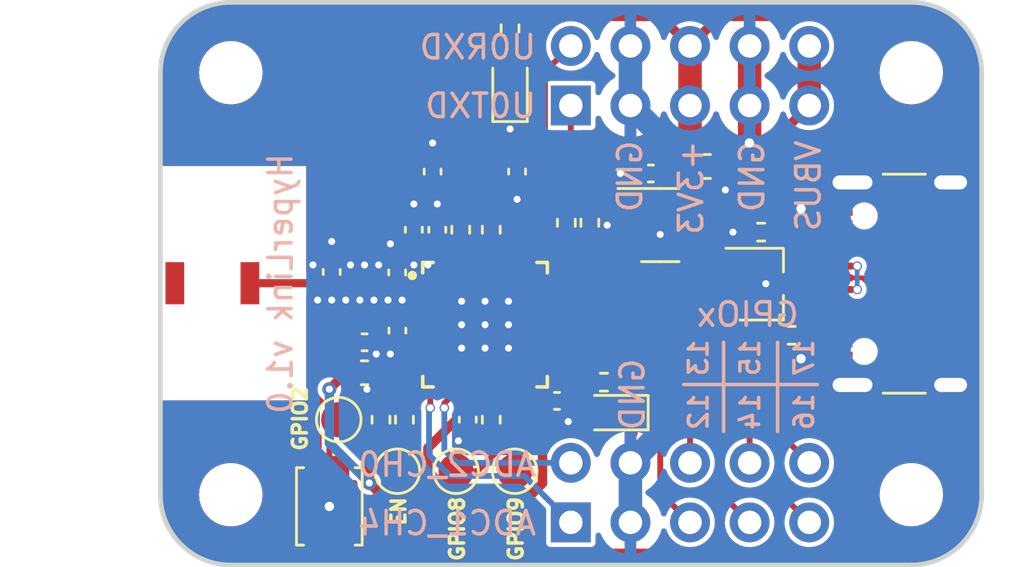
<source format=kicad_pcb>
(kicad_pcb (version 20221018) (generator pcbnew)
  (layers (0 "F.Cu" signal) (31 "B.Cu" signal) (34 "B.Paste" user) (35 "F.Paste" user) (36 "B.SilkS" user "B.Silkscreen") (37 "F.SilkS" user "F.Silkscreen") (38 "B.Mask" user) (39 "F.Mask" user) (44 "Edge.Cuts" user))
  (net 0 "")
  (net 1 "+3V3")
  (net 4 "VBUS")
  (net 5 "GND")
  (net 11 "/USB_D-")
  (net 12 "/USB_D+")
  (net 14 "/GPIO9")
  (net 15 "/GPIO2")
  (net 16 "/EN")
  (net 17 "/RF")
  (net 18 "/ANT")
  (net 19 "/GPIO8")
  (net 20 "/XTAL_P")
  (net 21 "/XTAL_N")
  (net 22 "/XTAL_P_RES")
  (net 23 "/VDD3P3")
  (net 24 "/U0RXD")
  (net 25 "/U0TXD")
  (net 26 "/GPIO12")
  (net 27 "/GPIO13")
  (net 28 "/GPIO14")
  (net 29 "/GPIO15")
  (net 30 "/GPIO16")
  (net 31 "/GPIO17")
  (net 32 "/ADC1_CH4")
  (net 33 "/ADC2_CH0")
  (net 34 "/U0TXD_RES")
  (net 35 "/CC1")
  (net 36 "/CC2")
  (net 38 "/LDO_EN")
  (net 39 "/STATUS_LED_RES")
  (net 40 "/POWER_LED_RES")
  (net 41 "/STATUS_LED")
  (footprint "Package_TO_SOT_SMD:SOT-23-5" (layer "F.Cu") (at 140.3 79.5)
    (fp_text reference "U3" hide)
    (fp_text value "MIC5504-3.3YM5" hide)
  )
  (footprint "Resistor_SMD:R_0402_1005Metric" (layer "F.Cu") (at 144.6 79.8 180)
    (fp_text reference "R7" hide)
    (fp_text value "5k1" hide)
  )
  (footprint "TestPoint:TestPoint_Pad_D1.5mm" (layer "F.Cu") (at 126.6 87.8)
    (fp_text reference "TP4" hide)
    (fp_text value "GPIO2" hide)
  )
  (footprint "MountingHole:MountingHole_2.2mm_M2" (layer "F.Cu") (at 122 73)
    (fp_text reference "H3" hide)
    (fp_text value "MountingHole" hide)
  )
  (footprint "Resistor_SMD:R_0402_1005Metric" (layer "F.Cu") (at 129.4 87.8 90)
    (fp_text reference "R4" hide)
    (fp_text value "10k" hide)
  )
  (footprint "Capacitor_SMD:C_0402_1005Metric" (layer "F.Cu") (at 135.9 87)
    (fp_text reference "C2" hide)
    (fp_text value "100n" hide)
  )
  (footprint "MountingHole:MountingHole_2.2mm_M2" (layer "F.Cu") (at 151 73)
    (fp_text reference "H2" hide)
    (fp_text value "MountingHole" hide)
  )
  (footprint "Resistor_SMD:R_0402_1005Metric" (layer "F.Cu") (at 145.9 84.2 180)
    (fp_text reference "R8" hide)
    (fp_text value "5k1" hide)
  )
  (footprint "Capacitor_SMD:C_0402_1005Metric" (layer "F.Cu") (at 130.6 77.22 90)
    (fp_text reference "C5" hide)
    (fp_text value "12pF" hide)
  )
  (footprint "Capacitor_SMD:C_0603_1608Metric" (layer "F.Cu") (at 142.3 77)
    (fp_text reference "C7" hide)
    (fp_text value "10u" hide)
  )
  (footprint "TestPoint:TestPoint_Pad_D1.5mm" (layer "F.Cu") (at 134.1 90)
    (fp_text reference "TP2" hide)
    (fp_text value "GPIO9" hide)
  )
  (footprint "Capacitor_SMD:C_0603_1608Metric" (layer "F.Cu") (at 127.7 85.8)
    (fp_text reference "C18" hide)
    (fp_text value "10u" hide)
  )
  (footprint "Capacitor_SMD:C_0402_1005Metric" (layer "F.Cu") (at 126.3 81.5 90)
    (fp_text reference "C14" hide)
    (fp_text value "C" hide)
  )
  (footprint "Capacitor_SMD:C_0402_1005Metric" (layer "F.Cu") (at 130.8 79.7 90)
    (fp_text reference "C4" hide)
    (fp_text value "1u" hide)
  )
  (footprint "Capacitor_SMD:C_0402_1005Metric" (layer "F.Cu") (at 129.09 81.52 90)
    (fp_text reference "C1" hide)
    (fp_text value "C" hide)
  )
  (footprint "Inductor_SMD:L_0402_1005Metric" (layer "F.Cu") (at 127.7 81.95)
    (fp_text reference "L1" hide)
    (fp_text value "L" hide)
  )
  (footprint "Resistor_SMD:R_0402_1005Metric" (layer "F.Cu") (at 136.3 79.4 -90)
    (fp_text reference "R9" hide)
    (fp_text value "1k5" hide)
  )
  (footprint "Capacitor_SMD:C_0402_1005Metric" (layer "F.Cu") (at 134.2 77.22 -90)
    (fp_text reference "C6" hide)
    (fp_text value "12pF" hide)
  )
  (footprint "Inductor_SMD:L_0402_1005Metric" (layer "F.Cu") (at 127.7 83.5)
    (fp_text reference "L2" hide)
    (fp_text value "2n" hide)
  )
  (footprint "TestPoint:TestPoint_Pad_D1.5mm" (layer "F.Cu") (at 131.6 90)
    (fp_text reference "TP3" hide)
    (fp_text value "GPIO8" hide)
  )
  (footprint "Resistor_SMD:R_0402_1005Metric" (layer "F.Cu") (at 137.3 79.4 90)
    (fp_text reference "R10" hide)
    (fp_text value "10k" hide)
  )
  (footprint "Connector_USB:USB_C_Receptacle_GCT_USB4105-xx-A_16P_TopMnt_Horizontal" (layer "F.Cu") (at 151.6 82 90)
    (fp_text reference "J1" hide)
    (fp_text value "USB_C_Receptacle_USB2.0" hide)
  )
  (footprint "Capacitor_SMD:C_0402_1005Metric" (layer "F.Cu") (at 129.1 84 -90)
    (fp_text reference "C15" hide)
    (fp_text value "100n" hide)
  )
  (footprint "MountingHole:MountingHole_2.2mm_M2" (layer "F.Cu") (at 151 91)
    (fp_text reference "H1" hide)
    (fp_text value "MountingHole" hide)
  )
  (footprint "Connector_PinHeader_2.54mm:PinHeader_2x05_P2.54mm_Vertical" (layer "F.Cu") (at 136.49 92.18 90)
    (fp_text reference "J2" hide)
    (fp_text value "Conn_02x05_Odd_Even" hide)
  )
  (footprint "Connector_PinHeader_2.54mm:PinHeader_2x05_P2.54mm_Vertical" (layer "F.Cu") (at 136.49 74.4 90)
    (fp_text reference "J3" hide)
    (fp_text value "Conn_02x05_Odd_Even" hide)
  )
  (footprint "Resistor_SMD:R_0402_1005Metric" (layer "F.Cu") (at 137.9 86.2 180)
    (fp_text reference "R11" hide)
    (fp_text value "1k" hide)
  )
  (footprint "Capacitor_SMD:C_0402_1005Metric" (layer "F.Cu") (at 129.8 79.7 90)
    (fp_text reference "C3" hide)
    (fp_text value "10n" hide)
  )
  (footprint "Resistor_SMD:R_0402_1005Metric" (layer "F.Cu") (at 133.1 87.8 90)
    (fp_text reference "R2" hide)
    (fp_text value "10k" hide)
  )
  (footprint "Capacitor_SMD:C_0402_1005Metric" (layer "F.Cu") (at 139.9 77.3 180)
    (fp_text reference "C12" hide)
    (fp_text value "1u" hide)
  )
  (footprint "Resistor_SMD:R_0402_1005Metric" (layer "F.Cu") (at 128.4 87.8 90)
    (fp_text reference "R3" hide)
    (fp_text value "10k" hide)
  )
  (footprint "Resistor_SMD:R_0402_1005Metric" (layer "F.Cu") (at 131.8 79.7 -90)
    (fp_text reference "R6" hide)
    (fp_text value "0R" hide)
  )
  (footprint "Resistor_SMD:R_0402_1005Metric" (layer "F.Cu") (at 133.9 71.11 -90)
    (fp_text reference "R12" hide)
    (fp_text value "1k" hide)
  )
  (footprint "encyclopedia_galactica:ABM11W-30.0000MHZ-7-D1X-T3" (layer "F.Cu") (at 132.400001 77.4 180)
    (fp_text reference "Y1" hide)
    (fp_text value "ABM11W-40.0000MHZ-8-B1U-T3" hide)
  )
  (footprint "Capacitor_SMD:C_0402_1005Metric" (layer "F.Cu") (at 132.1 87.8 -90)
    (fp_text reference "C17" hide)
    (fp_text value "100n" hide)
  )
  (footprint "LED_SMD:LED_0603_1608Metric" (layer "F.Cu") (at 133.9 73.6 90)
    (fp_text reference "D2" hide)
    (fp_text value "LED" hide)
  )
  (footprint "MountingHole:MountingHole_2.2mm_M2" (layer "F.Cu") (at 122 91)
    (fp_text reference "H4" hide)
    (fp_text value "MountingHole" hide)
  )
  (footprint "Package_TO_SOT_SMD:TSOT-23" (layer "F.Cu") (at 144.6 82)
    (fp_text reference "U2" hide)
    (fp_text value "PESD2USB5UXT" hide)
  )
  (footprint "LED_SMD:LED_0603_1608Metric" (layer "F.Cu") (at 138.3 87.5 180)
    (fp_text reference "D1" hide)
    (fp_text value "LED" hide)
  )
  (footprint "encyclopedia_galactica:QFN32_5X5_EXP" (layer "F.Cu") (at 132.834851 83.7487)
    (fp_text reference "U1" hide)
    (fp_text value "ESP32-C3" hide)
  )
  (footprint "Capacitor_SMD:C_0402_1005Metric" (layer "F.Cu") (at 127.7 84.5)
    (fp_text reference "C16" hide)
    (fp_text value "100n" hide)
  )
  (footprint "TestPoint:TestPoint_Pad_D1.5mm" (layer "F.Cu") (at 129.1 90)
    (fp_text reference "TP1" hide)
    (fp_text value "EN" hide)
  )
  (footprint "Button_Switch_SMD:SW_SPST_B3U-1000P" (layer "F.Cu") (at 126.2 91.5 90)
    (fp_text reference "SW1" hide)
    (fp_text value "SW_Push" hide)
  )
  (footprint "encyclopedia_galactica:2108838-1" (layer "F.Cu") (at 118.715 81.98)
    (fp_text reference "AE1" hide)
    (fp_text value "2108838-1" hide)
  )
  (footprint "Resistor_SMD:R_0402_1005Metric" (layer "F.Cu") (at 133.1 79.7 -90)
    (fp_text reference "R5" hide)
    (fp_text value "500R" hide)
  )
  (gr_line (start 143 84.5) (end 143 88.3) (stroke (width 0.15)) (layer "B.SilkS"))
  (gr_line (start 145.3 84.5) (end 145.3 88.3) (stroke (width 0.15)) (layer "B.SilkS"))
  (gr_line (start 141.3 86.3) (end 147 86.3) (stroke (width 0.15)) (layer "B.SilkS"))
  (gr_line locked (start 122.000001 94) (end 151 94) (stroke (width 0.2)) (layer "Edge.Cuts"))
  (gr_arc locked (start 154.000002 91.000001) (mid 153.121322 93.121321) (end 151.000002 94.000001) (stroke (width 0.2)) (layer "Edge.Cuts"))
  (gr_line locked (start 119.000001 72.999999) (end 119 91) (stroke (width 0.2)) (layer "Edge.Cuts"))
  (gr_arc locked (start 151.000002 69.999999) (mid 153.121321 70.878679) (end 154.000002 72.999999) (stroke (width 0.2)) (layer "Edge.Cuts"))
  (gr_arc locked (start 122 94.000001) (mid 119.878673 93.121322) (end 119 91.000001) (stroke (width 0.2)) (layer "Edge.Cuts"))
  (gr_line locked (start 154.000003 73) (end 154.000002 91.000001) (stroke (width 0.2)) (layer "Edge.Cuts"))
  (gr_arc locked (start 119.000001 73) (mid 119.878674 70.878667) (end 122.000001 70) (stroke (width 0.2)) (layer "Edge.Cuts"))
  (gr_line locked (start 122.000001 70) (end 151 70) (stroke (width 0.2)) (layer "Edge.Cuts"))
  (gr_text "ADC1_CH4" (at 135.1 92.8) (layer "B.SilkS") (effects (font (size 1 1)) (justify left bottom mirror)))
  (gr_text "GND" (at 139.6 75.8 90) (layer "B.SilkS") (effects (font (size 1 1)) (justify left bottom mirror)))
  (gr_text "12" (at 142.4 86.6 90) (layer "B.SilkS") (effects (font (size 0.8 0.8)) (justify left bottom mirror)))
  (gr_text "GPIOx" (at 146.3 83.9) (layer "B.SilkS") (effects (font (size 1 1)) (justify left bottom mirror)))
  (gr_text "HyperLink v1.0" (at 124.7 76.35 90) (layer "B.SilkS") (effects (font (size 1 1)) (justify left bottom mirror)))
  (gr_text "17" (at 146.9 84.3 90) (layer "B.SilkS") (effects (font (size 0.8 0.8)) (justify left bottom mirror)))
  (gr_text "15" (at 144.6 84.3 90) (layer "B.SilkS") (effects (font (size 0.8 0.8)) (justify left bottom mirror)))
  (gr_text "13" (at 142.4 84.3 90) (layer "B.SilkS") (effects (font (size 0.8 0.8)) (justify left bottom mirror)))
  (gr_text "U0TXD" (at 135.1 75) (layer "B.SilkS") (effects (font (size 1 1)) (justify left bottom mirror)))
  (gr_text "16" (at 146.9 86.6 90) (layer "B.SilkS") (effects (font (size 0.8 0.8)) (justify left bottom mirror)))
  (gr_text "VBUS" (at 147.2 75.8 90) (layer "B.SilkS") (effects (font (size 1 1)) (justify left bottom mirror)))
  (gr_text "+3V3" (at 142.2 75.8 90) (layer "B.SilkS") (effects (font (size 1 1)) (justify left bottom mirror)))
  (gr_text "ADC2_CH0" (at 135.1 90.3) (layer "B.SilkS") (effects (font (size 1 1)) (justify left bottom mirror)))
  (gr_text "U0RXD" (at 135.1 72.5) (layer "B.SilkS") (effects (font (size 1 1)) (justify left bottom mirror)))
  (gr_text "GND" (at 139.7 85.1 90) (layer "B.SilkS") (effects (font (size 1 1)) (justify left bottom mirror)))
  (gr_text "14" (at 144.6 86.6 90) (layer "B.SilkS") (effects (font (size 0.8 0.8)) (justify left bottom mirror)))
  (gr_text "GND" (at 144.8 75.8 90) (layer "B.SilkS") (effects (font (size 1 1)) (justify left bottom mirror)))
  (gr_text "GPIO9" (at 134.5 93.9 90) (layer "F.SilkS") (effects (font (size 0.6 0.6)) (justify left bottom)))
  (gr_text "GPIO2" (at 125.3 89.2 90) (layer "F.SilkS") (effects (font (size 0.6 0.6)) (justify left bottom)))
  (gr_text "GPIO8" (at 132 93.9 90) (layer "F.SilkS") (effects (font (size 0.6 0.6)) (justify left bottom)))
  (gr_text "EN" (at 129.5 92.4 90) (layer "F.SilkS") (effects (font (size 0.6 0.6)) (justify left bottom)))
  (segment (start 132.11 87.32) (end 132.1 87.32) (width 0.4) (layer "F.Cu") (net 1))
  (segment (start 142.83 70.6) (end 147.325 70.6) (width 0.4) (layer "F.Cu") (net 1))
  (segment (start 132.08485 86.1974) (end 132.08485 87.30485) (width 0.4) (layer "F.Cu") (net 1))
  (segment (start 135.283551 90.516449) (end 133.878 91.922) (width 0.4) (layer "F.Cu") (net 1))
  (segment (start 126.9 85.8) (end 126.925 85.8) (width 0.4) (layer "F.Cu") (net 1))
  (segment (start 130.4 89.009562) (end 130.4 91.2) (width 0.4) (layer "F.Cu") (net 1))
  (segment (start 141.57 78.35) (end 141.4375 78.35) (width 1) (layer "F.Cu") (net 1))
  (segment (start 130.8 80.515149) (end 130.8 80.18) (width 0.4) (layer "F.Cu") (net 1))
  (segment (start 126.2 86.5) (end 126.9 85.8) (width 0.4) (layer "F.Cu") (net 1))
  (segment (start 127.22 84.5) (end 127.22 85.505) (width 0.4) (layer "F.Cu") (net 1))
  (segment (start 132.2 70.6) (end 128.963 73.837) (width 0.4) (layer "F.Cu") (net 1))
  (segment (start 141.57 74.4) (end 141.57 71.86) (width 1) (layer "F.Cu") (net 1))
  (segment (start 141.57 71.86) (end 140.31 70.6) (width 0.4) (layer "F.Cu") (net 1))
  (segment (start 141.57 74.4) (end 141.57 78.35) (width 1) (layer "F.Cu") (net 1))
  (segment (start 127.22 85.505) (end 126.925 85.8) (width 0.4) (layer "F.Cu") (net 1))
  (segment (start 147.325 70.6) (end 148.2 71.475) (width 0.4) (layer "F.Cu") (net 1))
  (segment (start 148.2 92.5) (end 147.2 93.5) (width 0.4) (layer "F.Cu") (net 1))
  (segment (start 135.283551 85.498699) (end 135.283551 90.516449) (width 0.4) (layer "F.Cu") (net 1))
  (segment (start 148.2 71.475) (end 148.2 75.2) (width 0.4) (layer "F.Cu") (net 1))
  (segment (start 131.084852 81.3) (end 131.1 81.3) (width 0.4) (layer "F.Cu") (net 1))
  (segment (start 127.9 90.5) (end 127.9 88.81) (width 0.4) (layer "F.Cu") (net 1))
  (segment (start 147.2 93.5) (end 135.456 93.5) (width 0.4) (layer "F.Cu") (net 1))
  (segment (start 127.9 90.5) (end 128.6 91.2) (width 0.4) (layer "F.Cu") (net 1))
  (segment (start 133.878 91.922) (end 133.156 91.2) (width 0.4) (layer "F.Cu") (net 1))
  (segment (start 141.57 71.86) (end 142.83 70.6) (width 0.4) (layer "F.Cu") (net 1))
  (segment (start 151.7 78.7) (end 151.7 85.3) (width 0.4) (layer "F.Cu") (net 1))
  (segment (start 128.963 73.837) (end 128.963 79.614471) (width 0.4) (layer "F.Cu") (net 1))
  (segment (start 131.1 81.3) (end 131.342425 81.057575) (width 0.4) (layer "F.Cu") (net 1))
  (segment (start 151.7 85.3) (end 148.2 88.8) (width 0.4) (layer "F.Cu") (net 1))
  (segment (start 128.6 91.2) (end 130.4 91.2) (width 0.4) (layer "F.Cu") (net 1))
  (segment (start 131.342425 81.057575) (end 130.8 80.515149) (width 0.4) (layer "F.Cu") (net 1))
  (segment (start 138.513288 76.5) (end 141.47 76.5) (width 0.4) (layer "F.Cu") (net 1))
  (segment (start 133.156 91.2) (end 130.4 91.2) (width 0.4) (layer "F.Cu") (net 1))
  (segment (start 130.8 80.18) (end 129.8 80.18) (width 0.4) (layer "F.Cu") (net 1))
  (segment (start 129.4 88.31) (end 128.4 88.31) (width 0.4) (layer "F.Cu") (net 1))
  (segment (start 136.3 78.713288) (end 138.513288 76.5) (width 0.4) (layer "F.Cu") (net 1))
  (segment (start 127.215 84.495) (end 127.22 84.5) (width 0.4) (layer "F.Cu") (net 1))
  (segment (start 133.1 88.31) (end 132.11 87.32) (width 0.4) (layer "F.Cu") (net 1))
  (segment (start 132.1 87.32) (end 132.089562 87.32) (width 0.4) (layer "F.Cu") (net 1))
  (segment (start 129.528529 80.18) (end 129.8 80.18) (width 0.4) (layer "F.Cu") (net 1))
  (segment (start 140.31 70.6) (end 132.2 70.6) (width 0.4) (layer "F.Cu") (net 1))
  (segment (start 136.3 78.89) (end 136.3 78.713288) (width 0.4) (layer "F.Cu") (net 1))
  (segment (start 135.456 93.5) (end 133.878 91.922) (width 0.4) (layer "F.Cu") (net 1))
  (segment (start 128.963 79.614471) (end 129.528529 80.18) (width 0.4) (layer "F.Cu") (net 1))
  (segment (start 127.9 88.81) (end 128.4 88.31) (width 0.4) (layer "F.Cu") (net 1))
  (segment (start 148.2 75.2) (end 151.7 78.7) (width 0.4) (layer "F.Cu") (net 1))
  (segment (start 148.2 88.8) (end 148.2 92.5) (width 0.4) (layer "F.Cu") (net 1))
  (segment (start 127.215 83.5) (end 127.215 84.495) (width 0.4) (layer "F.Cu") (net 1))
  (segment (start 131.584851 81.3) (end 131.342425 81.057575) (width 0.4) (layer "F.Cu") (net 1))
  (segment (start 132.089562 87.32) (end 130.4 89.009562) (width 0.4) (layer "F.Cu") (net 1))
  (segment (start 132.08485 87.30485) (end 132.1 87.32) (width 0.4) (layer "F.Cu") (net 1))
  (via (at 126.2 86.5) (size 0.6) (drill 0.3) (layers "F.Cu" "B.Cu") (net 1))
  (via (at 127.9 90.5) (size 0.6) (drill 0.3) (layers "F.Cu" "B.Cu") (net 1))
  (segment (start 127.9 90.5) (end 126.2 88.8) (width 0.4) (layer "B.Cu") (net 1))
  (segment (start 126.2 88.8) (end 126.2 86.5) (width 0.4) (layer "B.Cu") (net 1))
  (segment (start 147.92 84.4) (end 148.42434 84.4) (width 0.35) (layer "F.Cu") (net 4))
  (segment (start 149.597 80.77266) (end 148.42434 79.6) (width 0.35) (layer "F.Cu") (net 4))
  (segment (start 148.42434 84.4) (end 149.597 83.22734) (width 0.35) (layer "F.Cu") (net 4))
  (segment (start 145.452 75.598) (end 145.452 79.152) (width 0.4) (layer "F.Cu") (net 4))
  (segment (start 145.9 79.6) (end 145.452 79.152) (width 0.35) (layer "F.Cu") (net 4))
  (segment (start 140.132112 78.55) (end 139.1625 78.55) (width 0.35) (layer "F.Cu") (net 4))
  (segment (start 147.92 79.6) (end 145.9 79.6) (width 0.35) (layer "F.Cu") (net 4))
  (segment (start 149.597 83.22734) (end 149.597 80.77266) (width 0.35) (layer "F.Cu") (net 4))
  (segment (start 148.42434 79.6) (end 147.92 79.6) (width 0.35) (layer "F.Cu") (net 4))
  (segment (start 137.64 78.55) (end 139.1625 78.55) (width 0.25) (layer "F.Cu") (net 4))
  (segment (start 146.65 71.86) (end 146.65 74.4) (width 1) (layer "F.Cu") (net 4))
  (segment (start 137.3 78.89) (end 137.64 78.55) (width 0.25) (layer "F.Cu") (net 4))
  (segment (start 145.452 79.152) (end 140.734112 79.152) (width 0.35) (layer "F.Cu") (net 4))
  (segment (start 140.734112 79.152) (end 140.132112 78.55) (width 0.35) (layer "F.Cu") (net 4))
  (segment (start 140.38 77.3) (end 140.38 78.302112) (width 0.35) (layer "F.Cu") (net 4))
  (segment (start 140.38 78.302112) (end 140.132112 78.55) (width 0.35) (layer "F.Cu") (net 4))
  (segment (start 146.65 74.4) (end 145.452 75.598) (width 0.4) (layer "F.Cu") (net 4))
  (segment (start 147.92 78.8) (end 147.92 78.255) (width 0.4) (layer "F.Cu") (net 5))
  (segment (start 147.92 85.745) (end 148.495 86.32) (width 0.35) (layer "F.Cu") (net 5))
  (segment (start 147.92 85.2) (end 147.92 85.745) (width 0.35) (layer "F.Cu") (net 5))
  (segment (start 133.9 74.3875) (end 133.9 75.4) (width 0.4) (layer "F.Cu") (net 5))
  (segment (start 139.42 77.3) (end 138.6 77.3) (width 0.4) (layer "F.Cu") (net 5))
  (segment (start 130.8 79.22) (end 130.8 78.6) (width 0.4) (layer "F.Cu") (net 5))
  (segment (start 131.7 88.7) (end 132.1 88.3) (width 0.4) (layer "F.Cu") (net 5))
  (segment (start 128.2 84.52) (end 128.18 84.5) (width 0.4) (layer "F.Cu") (net 5))
  (segment (start 144.11 74.4) (end 144.11 71.86) (width 1) (layer "F.Cu") (net 5))
  (segment (start 131.590001 76.74) (end 131.763001 76.913) (width 0.2) (layer "F.Cu") (net 5))
  (segment (start 146.3 85.2) (end 147.92 85.2) (width 0.35) (layer "F.Cu") (net 5))
  (segment (start 145.91 82) (end 144.8 82) (width 0.4) (layer "F.Cu") (net 5))
  (segment (start 130.6 76.74) (end 131.590001 76.74) (width 0.2) (layer "F.Cu") (net 5))
  (segment (start 128.8 80.75) (end 129.09 81.04) (width 0.4) (layer "F.Cu") (net 5))
  (segment (start 143.075 78) (end 143.075 77) (width 0.4) (layer "F.Cu") (net 5))
  (segment (start 145.39 84.29) (end 146.3 85.2) (width 0.4) (layer "F.Cu") (net 5))
  (segment (start 129.8 79.22) (end 129.8 78.6) (width 0.4) (layer "F.Cu") (net 5))
  (segment (start 126.2 93.2) (end 126.2 91.5) (width 0.4) (layer "F.Cu") (net 5))
  (segment (start 128.2 85) (end 128.2 84.52) (width 0.4) (layer "F.Cu") (net 5))
  (segment (start 143.4 79.8) (end 144.09 79.8) (width 0.4) (layer "F.Cu") (net 5))
  (segment (start 139.0875 87.5) (end 139.0875 89.5825) (width 0.4) (layer "F.Cu") (net 5))
  (segment (start 138.046557 79.5) (end 139.1625 79.5) (width 0.4) (layer "F.Cu") (net 5))
  (segment (start 146.3 78.8) (end 147.92 78.8) (width 0.4) (layer "F.Cu") (net 5))
  (segment (start 145.39 84.2) (end 145.39 84.29) (width 0.4) (layer "F.Cu") (net 5))
  (segment (start 133.224001 77.7) (end 133.037001 77.887) (width 0.2) (layer "F.Cu") (net 5))
  (segment (start 139.0875 89.5825) (end 139.03 89.64) (width 0.4) (layer "F.Cu") (net 5))
  (segment (start 139.9 79.5) (end 139.1625 79.5) (width 0.4) (layer "F.Cu") (net 5))
  (segment (start 128.475 85.825) (end 128.475 85.8) (width 0.4) (layer "F.Cu") (net 5))
  (segment (start 134.2 78.4) (end 134.2 77.7) (width 0.4) (layer "F.Cu") (net 5))
  (segment (start 140.3 79.9) (end 139.9 79.5) (width 0.4) (layer "F.Cu") (net 5))
  (segment (start 126.3 80.2) (end 126.3 81.02) (width 0.4) (layer "F.Cu") (net 5))
  (segment (start 136.38 87.88) (end 136.38 87) (width 0.4) (layer "F.Cu") (net 5))
  (segment (start 130.6 76) (end 130.6 76.7) (width 0.4) (layer "F.Cu") (net 5))
  (segment (start 127.8 86.5) (end 128.475 85.825) (width 0.4) (layer "F.Cu") (net 5))
  (segment (start 147.92 78.255) (end 148.495 77.68) (width 0.4) (layer "F.Cu") (net 5))
  (segment (start 134.2 77.7) (end 133.224001 77.7) (width 0.2) (layer "F.Cu") (net 5))
  (segment (start 138.040639 79.505918) (end 138.046557 79.5) (width 0.4) (layer "F.Cu") (net 5))
  (segment (start 128.8 80.3) (end 128.8 80.75) (width 0.4) (layer "F.Cu") (net 5))
  (segment (start 144.11 74.4) (end 144.11 75.99) (width 1) (layer "F.Cu") (net 5))
  (segment (start 128.799503 85) (end 128.799503 84.780497) (width 0.4) (layer "F.Cu") (net 5))
  (segment (start 128.799503 84.780497) (end 129.1 84.48) (width 0.4) (layer "F.Cu") (net 5))
  (segment (start 132.1 88.3) (end 132.1 88.28) (width 0.4) (layer "F.Cu") (net 5))
  (segment (start 144.11 75.99) (end 144.1 76) (width 1) (layer "F.Cu") (net 5))
  (via (at 130.4 81.2) (size 0.4) (drill 0.3) (layers "F.Cu" "B.Cu") (net 5))
  (via (at 128.8 80.3) (size 0.4) (drill 0.3) (layers "F.Cu" "B.Cu") (net 5))
  (via (at 126.9 82.7) (size 0.4) (drill 0.3) (layers "F.Cu" "B.Cu") (net 5))
  (via (at 138.6 77.3) (size 0.6) (drill 0.3) (layers "F.Cu" "B.Cu") (net 5))
  (via (at 129.8 81.2) (size 0.4) (drill 0.3) (layers "F.Cu" "B.Cu") (net 5))
  (via (at 133.9 75.4) (size 0.6) (drill 0.3) (layers "F.Cu" "B.Cu") (net 5))
  (via (at 128.1 82.7) (size 0.4) (drill 0.3) (layers "F.Cu" "B.Cu") (net 5))
  (via (at 146.3 78.8) (size 0.9) (drill 0.4) (layers "F.Cu" "B.Cu") (net 5))
  (via (at 133.834851 84.7487) (size 0.4) (drill 0.3) (layers "F.Cu" "B.Cu") (net 5))
  (via (at 134.2 78.4) (size 0.4) (drill 0.3) (layers "F.Cu" "B.Cu") (net 5))
  (via (at 132.834851 83.7487) (size 0.4) (drill 0.3) (layers "F.Cu" "B.Cu") (net 5))
  (via (at 131.834851 84.7487) (size 0.4) (drill 0.3) (layers "F.Cu" "B.Cu") (net 5))
  (via (at 127.5 82.7) (size 0.4) (drill 0.3) (layers "F.Cu" "B.Cu") (net 5))
  (via (at 136.38 87.88) (size 0.6) (drill 0.3) (layers "F.Cu" "B.Cu") (net 5))
  (via (at 143.075 78) (size 0.6) (drill 0.3) (layers "F.Cu" "B.Cu") (net 5))
  (via (at 138.040639 79.505918) (size 0.6) (drill 0.3) (layers "F.Cu" "B.Cu") (net 5))
  (via (at 131.834851 83.7487) (size 0.4) (drill 0.3) (layers "F.Cu" "B.Cu") (net 5))
  (via (at 144.8 82) (size 0.6) (drill 0.3) (layers "F.Cu" "B.Cu") (net 5))
  (via (at 132.834851 82.7487) (size 0.4) (drill 0.3) (layers "F.Cu" "B.Cu") (net 5))
  (via (at 130.6 76) (size 0.4) (drill 0.3) (layers "F.Cu" "B.Cu") (net 5))
  (via (at 126.2 91.5) (size 0.9) (drill 0.4) (layers "F.Cu" "B.Cu") (net 5))
  (via (at 128.799503 85) (size 0.4) (drill 0.3) (layers "F.Cu" "B.Cu") (net 5))
  (via (at 143.4 79.8) (size 0.6) (drill 0.3) (layers "F.Cu" "B.Cu") (net 5))
  (via (at 133.834851 83.7487) (size 0.4) (drill 0.3) (layers "F.Cu" "B.Cu") (net 5))
  (via (at 131.834851 82.7487) (size 0.4) (drill 0.3) (layers "F.Cu" "B.Cu") (net 5))
  (via (at 127.1 81.2) (size 0.4) (drill 0.3) (layers "F.Cu" "B.Cu") (net 5))
  (via (at 128.7 82.7) (size 0.4) (drill 0.3) (layers "F.Cu" "B.Cu") (net 5))
  (via (at 129.8 78.6) (size 0.4) (drill 0.3) (layers "F.Cu" "B.Cu") (net 5))
  (via (at 132.834851 84.7487) (size 0.4) (drill 0.3) (layers "F.Cu" "B.Cu") (net 5))
  (via (at 130.8 78.6) (size 0.4) (drill 0.3) (layers "F.Cu" "B.Cu") (net 5))
  (via (at 146.3 85.2) (size 0.9) (drill 0.4) (layers "F.Cu" "B.Cu") (net 5))
  (via (at 125.7 82.7) (size 0.4) (drill 0.3) (layers "F.Cu" "B.Cu") (net 5))
  (via (at 140.3 79.9) (size 0.6) (drill 0.3) (layers "F.Cu" "B.Cu") (net 5))
  (via (at 128.2 85) (size 0.4) (drill 0.3) (layers "F.Cu" "B.Cu") (net 5))
  (via (at 129.3 82.7) (size 0.4) (drill 0.3) (layers "F.Cu" "B.Cu") (net 5))
  (via (at 126.3 80.2) (size 0.4) (drill 0.3) (layers "F.Cu" "B.Cu") (net 5))
  (via (at 144.1 76) (size 0.9) (drill 0.4) (layers "F.Cu" "B.Cu") (net 5))
  (via (at 133.834851 82.7487) (size 0.4) (drill 0.3) (layers "F.Cu" "B.Cu") (net 5))
  (via (at 126.3 82.7) (size 0.4) (drill 0.3) (layers "F.Cu" "B.Cu") (net 5))
  (via (at 125.5 81.2) (size 0.4) (drill 0.3) (layers "F.Cu" "B.Cu") (net 5))
  (via (at 131.7 88.7) (size 0.4) (drill 0.3) (layers "F.Cu" "B.Cu") (net 5))
  (via (at 127.7 81.2) (size 0.4) (drill 0.3) (layers "F.Cu" "B.Cu") (net 5))
  (via (at 128.3 81.2) (size 0.4) (drill 0.3) (layers "F.Cu" "B.Cu") (net 5))
  (via (at 127.8 86.5) (size 0.6) (drill 0.3) (layers "F.Cu" "B.Cu") (net 5))
  (segment (start 143.43 78.8) (end 146.3 78.8) (width 1) (layer "B.Cu") (net 5))
  (segment (start 139.03 92.18) (end 139.03 89.64) (width 1) (layer "B.Cu") (net 5))
  (segment (start 139.03 74.4) (end 139.03 71.86) (width 1) (layer "B.Cu") (net 5))
  (segment (start 143.47 85.2) (end 139.03 89.64) (width 1) (layer "B.Cu") (net 5))
  (segment (start 139.03 74.4) (end 143.43 78.8) (width 1) (layer "B.Cu") (net 5))
  (segment (start 146.3 85.2) (end 143.47 85.2) (width 1) (layer "B.Cu") (net 5))
  (segment (start 151 84.099999) (end 150.9 83.999999) (width 0.4) (layer "B.Cu") (net 5))
  (segment (start 134.58485 81.01515) (end 134.58485 81.3) (width 0.25) (layer "F.Cu") (net 11))
  (segment (start 147.095 82.25) (end 146.768 82.577) (width 0.25) (layer "F.Cu") (net 11))
  (segment (start 134.723 80.877) (end 134.58485 81.01515) (width 0.25) (layer "F.Cu") (net 11))
  (segment (start 143.29 82.95) (end 143.29 82.187) (width 0.2) (layer "F.Cu") (net 11))
  (segment (start 147.92 82.25) (end 147.095 82.25) (width 0.25) (layer "F.Cu") (net 11))
  (segment (start 144.177 82.177) (end 138.500684 82.177) (width 0.25) (layer "F.Cu") (net 11))
  (segment (start 146.768 82.577) (end 144.577 82.577) (width 0.25) (layer "F.Cu") (net 11))
  (segment (start 148.695 81.25) (end 147.92 81.25) (width 0.25) (layer "F.Cu") (net 11))
  (segment (start 137.200684 80.877) (end 134.723 80.877) (width 0.25) (layer "F.Cu") (net 11))
  (segment (start 138.500684 82.177) (end 137.200684 80.877) (width 0.25) (layer "F.Cu") (net 11))
  (segment (start 144.577 82.577) (end 144.177 82.177) (width 0.25) (layer "F.Cu") (net 11))
  (segment (start 148.695 82.25) (end 147.92 82.25) (width 0.25) (layer "F.Cu") (net 11))
  (via (at 148.695 81.25) (size 0.4) (drill 0.3) (layers "F.Cu" "B.Cu") (net 11))
  (via (at 148.695 82.25) (size 0.4) (drill 0.3) (layers "F.Cu" "B.Cu") (net 11))
  (segment (start 148.695 82.25) (end 148.695 81.25) (width 0.2) (layer "B.Cu") (net 11))
  (segment (start 149.195 82.02) (end 149.195 82.52) (width 0.2) (layer "F.Cu") (net 12))
  (segment (start 147.92 81.75) (end 147.095 81.75) (width 0.25) (layer "F.Cu") (net 12))
  (segment (start 147.92 81.75) (end 147.872999 81.797001) (width 0.2) (layer "F.Cu") (net 12))
  (segment (start 148.965 82.75) (end 147.92 82.75) (width 0.2) (layer "F.Cu") (net 12))
  (segment (start 148.925 81.75) (end 149.195 82.02) (width 0.2) (layer "F.Cu") (net 12))
  (segment (start 144.2 81.8) (end 138.656842 81.8) (width 0.25) (layer "F.Cu") (net 12))
  (segment (start 134.084851 80.915149) (end 134.084851 81.3) (width 0.25) (layer "F.Cu") (net 12))
  (segment (start 147.92 81.75) (end 148.925 81.75) (width 0.2) (layer "F.Cu") (net 12))
  (segment (start 144.577 81.423) (end 144.2 81.8) (width 0.25) (layer "F.Cu") (net 12))
  (segment (start 147.095 81.75) (end 146.768 81.423) (width 0.25) (layer "F.Cu") (net 12))
  (segment (start 134.5 80.5) (end 134.084851 80.915149) (width 0.25) (layer "F.Cu") (net 12))
  (segment (start 146.768 81.423) (end 144.577 81.423) (width 0.25) (layer "F.Cu") (net 12))
  (segment (start 136.3 79.91) (end 136.3 80.5) (width 0.25) (layer "F.Cu") (net 12))
  (segment (start 137.356842 80.5) (end 136.3 80.5) (width 0.25) (layer "F.Cu") (net 12))
  (segment (start 136.3 80.5) (end 134.5 80.5) (width 0.25) (layer "F.Cu") (net 12))
  (segment (start 138.656842 81.8) (end 137.356842 80.5) (width 0.25) (layer "F.Cu") (net 12))
  (segment (start 149.195 82.52) (end 148.965 82.75) (width 0.2) (layer "F.Cu") (net 12))
  (segment (start 143.29 81.05) (end 143.29 81.79) (width 0.2) (layer "F.Cu") (net 12))
  (segment (start 134.084851 86.1974) (end 134.084851 87.351692) (width 0.25) (layer "F.Cu") (net 14))
  (segment (start 134.177 87.443841) (end 134.177 89.923) (width 0.25) (layer "F.Cu") (net 14))
  (segment (start 134.177 89.923) (end 134.1 90) (width 0.25) (layer "F.Cu") (net 14))
  (segment (start 134.084851 87.351692) (end 134.177 87.443841) (width 0.25) (layer "F.Cu") (net 14))
  (segment (start 126.2 88.2) (end 126.6 87.8) (width 0.25) (layer "F.Cu") (net 15))
  (segment (start 127.11 87.29) (end 126.6 87.8) (width 0.25) (layer "F.Cu") (net 15))
  (segment (start 128.4 87.29) (end 127.11 87.29) (width 0.25) (layer "F.Cu") (net 15))
  (segment (start 129.323 86.367) (end 128.4 87.29) (width 0.2) (layer "F.Cu") (net 15))
  (segment (start 126.2 89.8) (end 126.2 88.2) (width 0.25) (layer "F.Cu") (net 15))
  (segment (start 129.323 85.190703) (end 129.323 86.367) (width 0.2) (layer "F.Cu") (net 15))
  (segment (start 130.386151 84.498701) (end 130.015002 84.498701) (width 0.2) (layer "F.Cu") (net 15))
  (segment (start 130.015002 84.498701) (end 129.323 85.190703) (width 0.2) (layer "F.Cu") (net 15))
  (segment (start 129.947 89.153) (end 129.1 90) (width 0.2) (layer "F.Cu") (net 16))
  (segment (start 129.947 87.747) (end 129.947 89.153) (width 0.2) (layer "F.Cu") (net 16))
  (segment (start 129.977451 84.9987) (end 129.65 85.326151) (width 0.2) (layer "F.Cu") (net 16))
  (segment (start 130.386151 84.9987) (end 129.977451 84.9987) (width 0.2) (layer "F.Cu") (net 16))
  (segment (start 129.65 87.45) (end 129.947 87.747) (width 0.2) (layer "F.Cu") (net 16))
  (segment (start 129.65 85.326151) (end 129.65 87.45) (width 0.2) (layer "F.Cu") (net 16))
  (segment (start 127.185 81.98) (end 122.815 81.98) (width 0.35) (layer "F.Cu") (net 17))
  (segment (start 127.215 81.95) (end 127.185 81.98) (width 0.35) (layer "F.Cu") (net 17))
  (segment (start 128.2317 81.9967) (end 130.386151 81.9967) (width 0.35) (layer "F.Cu") (net 18))
  (segment (start 128.185 81.95) (end 128.2317 81.9967) (width 0.35) (layer "F.Cu") (net 18))
  (segment (start 133.584852 87.384852) (end 133.584852 86.1974) (width 0.25) (layer "F.Cu") (net 19))
  (segment (start 133.8 88.7) (end 133.8 87.6) (width 0.25) (layer "F.Cu") (net 19))
  (segment (start 133.1 87.29) (end 133.49 87.29) (width 0.25) (layer "F.Cu") (net 19))
  (segment (start 131.6 90) (end 132.5 90) (width 0.25) (layer "F.Cu") (net 19))
  (segment (start 133.49 87.29) (end 133.584852 87.384852) (width 0.25) (layer "F.Cu") (net 19))
  (segment (start 132.5 90) (end 133.8 88.7) (width 0.25) (layer "F.Cu") (net 19))
  (segment (start 133.8 87.6) (end 133.584852 87.384852) (width 0.25) (layer "F.Cu") (net 19))
  (segment (start 131.8 79.19) (end 131.8 77.923999) (width 0.2) (layer "F.Cu") (net 20))
  (segment (start 130.6 77.7) (end 131.576001 77.7) (width 0.2) (layer "F.Cu") (net 20))
  (segment (start 131.576001 77.7) (end 131.763001 77.887) (width 0.2) (layer "F.Cu") (net 20))
  (segment (start 131.8 77.923999) (end 131.763001 77.887) (width 0.2) (layer "F.Cu") (net 20))
  (segment (start 134.2 76.74) (end 133.210001 76.74) (width 0.2) (layer "F.Cu") (net 21))
  (segment (start 132.578 78.578) (end 132.4 78.4) (width 0.15) (layer "F.Cu") (net 21))
  (segment (start 133.210001 76.74) (end 133.037001 76.913) (width 0.2) (layer "F.Cu") (net 21))
  (segment (start 132.4 77.349001) (end 132.836001 76.913) (width 0.15) (layer "F.Cu") (net 21))
  (segment (start 132.836001 76.913) (end 133.037001 76.913) (width 0.15) (layer "F.Cu") (net 21))
  (segment (start 132.4 78.4) (end 132.4 77.349001) (width 0.15) (layer "F.Cu") (net 21))
  (segment (start 132.584851 81.3) (end 132.578 81.293149) (width 0.15) (layer "F.Cu") (net 21))
  (segment (start 132.578 81.293149) (end 132.578 78.578) (width 0.15) (layer "F.Cu") (net 21))
  (segment (start 132.08485 80.69485) (end 131.6 80.21) (width 0.25) (layer "F.Cu") (net 22))
  (segment (start 132.08485 81.3) (end 132.08485 80.69485) (width 0.25) (layer "F.Cu") (net 22))
  (segment (start 128.185 83.5) (end 129.08 83.5) (width 0.4) (layer "F.Cu") (net 23))
  (segment (start 129.898699 82.998699) (end 129.892425 82.992425) (width 0.4) (layer "F.Cu") (net 23))
  (segment (start 130.386151 82.4987) (end 129.892425 82.992425) (width 0.4) (layer "F.Cu") (net 23))
  (segment (start 130.386151 82.998699) (end 129.898699 82.998699) (width 0.4) (layer "F.Cu") (net 23))
  (segment (start 129.08 83.5) (end 129.1 83.52) (width 0.4) (layer "F.Cu") (net 23))
  (segment (start 129.364851 83.52) (end 129.1 83.52) (width 0.4) (layer "F.Cu") (net 23))
  (segment (start 129.892425 82.992425) (end 129.364851 83.52) (width 0.4) (layer "F.Cu") (net 23))
  (segment (start 133.584852 80.615148) (end 136.49 77.71) (width 0.25) (layer "F.Cu") (net 24))
  (segment (start 133.584852 81.3) (end 133.584852 80.615148) (width 0.25) (layer "F.Cu") (net 24))
  (segment (start 136.49 77.71) (end 136.49 74.4) (width 0.25) (layer "F.Cu") (net 24))
  (segment (start 135.388 78.012) (end 135.388 72.962) (width 0.25) (layer "F.Cu") (net 25))
  (segment (start 135.388 72.962) (end 136.49 71.86) (width 0.25) (layer "F.Cu") (net 25))
  (segment (start 134.21 79.19) (end 135.388 78.012) (width 0.25) (layer "F.Cu") (net 25))
  (segment (start 133.1 79.19) (end 134.21 79.19) (width 0.25) (layer "F.Cu") (net 25))
  (segment (start 140.3 90.91) (end 141.57 92.18) (width 0.25) (layer "F.Cu") (net 26))
  (segment (start 140.3 87.175264) (end 140.3 90.91) (width 0.25) (layer "F.Cu") (net 26))
  (segment (start 135.283551 84.498701) (end 137.623437 84.498701) (width 0.25) (layer "F.Cu") (net 26))
  (segment (start 137.623437 84.498701) (end 140.3 87.175264) (width 0.25) (layer "F.Cu") (net 26))
  (segment (start 141.57 87.912106) (end 141.57 89.64) (width 0.25) (layer "F.Cu") (net 27))
  (segment (start 135.283551 83.9987) (end 137.656594 83.9987) (width 0.25) (layer "F.Cu") (net 27))
  (segment (start 137.656594 83.9987) (end 141.57 87.912106) (width 0.25) (layer "F.Cu") (net 27))
  (segment (start 142.022052 87.831) (end 142.231 87.831) (width 0.25) (layer "F.Cu") (net 28))
  (segment (start 142.231 87.831) (end 142.9 88.5) (width 0.25) (layer "F.Cu") (net 28))
  (segment (start 142.9 90.97) (end 144.11 92.18) (width 0.25) (layer "F.Cu") (net 28))
  (segment (start 135.283551 83.4987) (end 137.689752 83.4987) (width 0.25) (layer "F.Cu") (net 28))
  (segment (start 142.9 88.5) (end 142.9 90.97) (width 0.25) (layer "F.Cu") (net 28))
  (segment (start 137.689752 83.4987) (end 142.022052 87.831) (width 0.25) (layer "F.Cu") (net 28))
  (segment (start 144.11 88.243158) (end 144.11 89.64) (width 0.25) (layer "F.Cu") (net 29))
  (segment (start 137.722909 82.998699) (end 142.17821 87.454) (width 0.25) (layer "F.Cu") (net 29))
  (segment (start 143.320842 87.454) (end 144.11 88.243158) (width 0.25) (layer "F.Cu") (net 29))
  (segment (start 135.283551 82.998699) (end 137.722909 82.998699) (width 0.25) (layer "F.Cu") (net 29))
  (segment (start 142.17821 87.454) (end 143.320842 87.454) (width 0.25) (layer "F.Cu") (net 29))
  (segment (start 145.4 90.93) (end 146.65 92.18) (width 0.25) (layer "F.Cu") (net 30))
  (segment (start 143.477 87.077) (end 145.4 89) (width 0.25) (layer "F.Cu") (net 30))
  (segment (start 145.4 89) (end 145.4 90.93) (width 0.25) (layer "F.Cu") (net 30))
  (segment (start 137.756068 82.4987) (end 142.334368 87.077) (width 0.25) (layer "F.Cu") (net 30))
  (segment (start 135.283551 82.4987) (end 137.756068 82.4987) (width 0.25) (layer "F.Cu") (net 30))
  (segment (start 142.334368 87.077) (end 143.477 87.077) (width 0.25) (layer "F.Cu") (net 30))
  (segment (start 142.490526 86.7) (end 143.71 86.7) (width 0.25) (layer "F.Cu") (net 31))
  (segment (start 135.283551 81.998701) (end 137.789227 81.998701) (width 0.25) (layer "F.Cu") (net 31))
  (segment (start 143.71 86.7) (end 146.65 89.64) (width 0.25) (layer "F.Cu") (net 31))
  (segment (start 137.789227 81.998701) (end 142.490526 86.7) (width 0.25) (layer "F.Cu") (net 31))
  (segment (start 130.5 87.3) (end 130.5 86.782252) (width 0.25) (layer "F.Cu") (net 32))
  (segment (start 130.5 86.782252) (end 131.084852 86.1974) (width 0.25) (layer "F.Cu") (net 32))
  (via (at 130.5 87.3) (size 0.4) (drill 0.3) (layers "F.Cu" "B.Cu") (net 32))
  (segment (start 130.448 89.298) (end 131.35 90.2) (width 0.25) (layer "B.Cu") (net 32))
  (segment (start 130.448 87.352) (end 130.448 89.298) (width 0.25) (layer "B.Cu") (net 32))
  (segment (start 130.5 87.3) (end 130.448 87.352) (width 0.25) (layer "B.Cu") (net 32))
  (segment (start 134.51 90.2) (end 136.49 92.18) (width 0.25) (layer "B.Cu") (net 32))
  (segment (start 131.35 90.2) (end 134.51 90.2) (width 0.25) (layer "B.Cu") (net 32))
  (segment (start 131.099503 87.3) (end 131.099503 87.100248) (width 0.25) (layer "F.Cu") (net 33))
  (segment (start 131.099503 87.100248) (end 131.584851 86.6149) (width 0.25) (layer "F.Cu") (net 33))
  (segment (start 131.584851 86.6149) (end 131.584851 86.1974) (width 0.25) (layer "F.Cu") (net 33))
  (via (at 131.099503 87.3) (size 0.4) (drill 0.3) (layers "F.Cu" "B.Cu") (net 33))
  (segment (start 131.099503 87.3) (end 131.099503 89.099503) (width 0.25) (layer "B.Cu") (net 33))
  (segment (start 131.64 89.64) (end 136.49 89.64) (width 0.25) (layer "B.Cu") (net 33))
  (segment (start 131.099503 89.099503) (end 131.64 89.64) (width 0.25) (layer "B.Cu") (net 33))
  (segment (start 133.084851 81.3) (end 133.084851 80.365149) (width 0.25) (layer "F.Cu") (net 34))
  (segment (start 147.095 83.25) (end 146.41 83.935) (width 0.25) (layer "F.Cu") (net 35))
  (segment (start 147.92 83.25) (end 147.095 83.25) (width 0.25) (layer "F.Cu") (net 35))
  (segment (start 146.41 83.935) (end 146.41 84.2) (width 0.25) (layer "F.Cu") (net 35))
  (segment (start 145.56 80.25) (end 147.92 80.25) (width 0.25) (layer "F.Cu") (net 36))
  (segment (start 145.11 79.8) (end 145.56 80.25) (width 0.25) (layer "F.Cu") (net 36))
  (segment (start 137.84 80.45) (end 139.1625 80.45) (width 0.25) (layer "F.Cu") (net 38))
  (segment (start 137.3 79.91) (end 137.84 80.45) (width 0.25) (layer "F.Cu") (net 38))
  (segment (start 137.39 87.3775) (end 137.5125 87.5) (width 0.25) (layer "F.Cu") (net 39))
  (segment (start 137.39 86.2) (end 137.39 87.3775) (width 0.25) (layer "F.Cu") (net 39))
  (segment (start 133.9 71.62) (end 133.9 72.8125) (width 0.25) (layer "F.Cu") (net 40))
  (segment (start 135.283551 84.9987) (end 137.2087 84.9987) (width 0.25) (layer "F.Cu") (net 41))
  (segment (start 137.2087 84.9987) (end 138.41 86.2) (width 0.25) (layer "F.Cu") (net 41))
  (zone locked (net 5) (net_name "GND") (layer "F.Cu") (priority 2) (connect_pads (clearance 0.2)) (min_thickness 0.25) (fill yes (thermal_gap 0.5) (thermal_bridge_width 0.5))
    (polygon (pts (xy 119 76.98) (xy 119 70) (xy 154 70) (xy 154 94) (xy 119 94) (xy 119 86.98) (xy 125.215 86.98) (xy 125.215 76.98)))
  )
  (zone (net 5) (net_name "GND") (layer "B.Cu") (connect_pads (clearance 0.2)) (min_thickness 0.25) (fill yes (thermal_gap 0.5) (thermal_bridge_width 0.5))
    (polygon (pts (xy 119 70) (xy 154 70) (xy 154 94) (xy 119 94)))
  )
)
</source>
